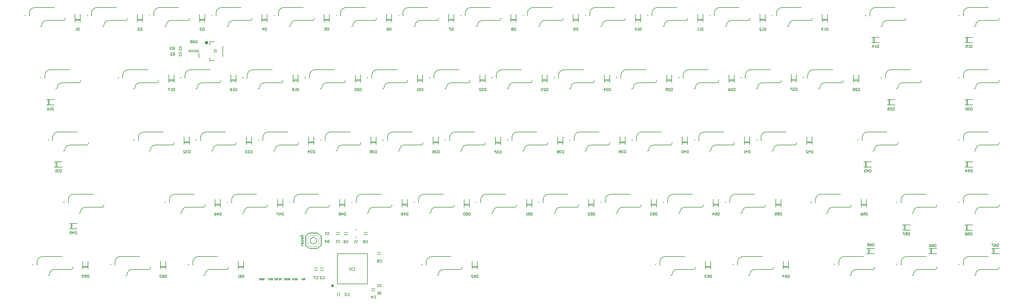
<source format=gbo>
G04*
G04 #@! TF.GenerationSoftware,Altium Limited,Altium Designer,21.6.4 (81)*
G04*
G04 Layer_Color=32896*
%FSTAX24Y24*%
%MOIN*%
G70*
G04*
G04 #@! TF.SameCoordinates,245CE46D-98AB-4B62-9B0C-93C9D4342F2A*
G04*
G04*
G04 #@! TF.FilePolarity,Positive*
G04*
G01*
G75*
%ADD10C,0.0080*%
%ADD11C,0.0047*%
%ADD50C,0.0157*%
%ADD51C,0.0394*%
%ADD52C,0.0079*%
%ADD53C,0.0050*%
%ADD54C,0.0060*%
%ADD55C,0.0039*%
%ADD56C,0.0070*%
D10*
X05567Y01731D02*
X05572Y01736D01*
X05582D01*
X05587Y01731D01*
Y01711D01*
X05582Y01706D01*
X05572D01*
X05567Y01711D01*
X05537Y01736D02*
X05557D01*
Y01721D01*
X05547Y01726D01*
X05542D01*
X05537Y01721D01*
Y01711D01*
X05542Y01706D01*
X05552D01*
X05557Y01711D01*
X05497Y01297D02*
X05502Y01302D01*
X05512D01*
X05517Y01297D01*
Y01277D01*
X05512Y01272D01*
X05502D01*
X05497Y01277D01*
X05472Y01272D02*
Y01302D01*
X05487Y01287D01*
X05467D01*
X05582Y0132D02*
Y0135D01*
X05567D01*
X05562Y01345D01*
Y01335D01*
X05567Y0133D01*
X05582D01*
X05572D02*
X05562Y0132D01*
X05552D02*
X05542D01*
X05547D01*
Y0135D01*
X05552Y01345D01*
X052038Y016096D02*
X052138D01*
X052088D01*
Y016396D01*
X052038D01*
X052138D01*
X052488Y016146D02*
X052438Y016096D01*
X052338D01*
X052288Y016146D01*
Y016346D01*
X052338Y016396D01*
X052438D01*
X052488Y016346D01*
X052588Y016396D02*
X052688D01*
X052638D01*
Y016096D01*
X052588Y016146D01*
X130203Y019284D02*
Y018984D01*
X130053D01*
X130003Y019034D01*
Y019234D01*
X130053Y019284D01*
X130203D01*
X129703D02*
X129803Y019234D01*
X129903Y019134D01*
Y019034D01*
X129853Y018984D01*
X129753D01*
X129703Y019034D01*
Y019084D01*
X129753Y019134D01*
X129903D01*
X129603Y019284D02*
X129403D01*
Y019234D01*
X129603Y019034D01*
Y018984D01*
X122683Y019244D02*
Y018945D01*
X122533D01*
X122483Y018995D01*
Y019194D01*
X122533Y019244D01*
X122683D01*
X122184D02*
X122283Y019194D01*
X122383Y019094D01*
Y018995D01*
X122333Y018945D01*
X122233D01*
X122184Y018995D01*
Y019045D01*
X122233Y019094D01*
X122383D01*
X121884Y019244D02*
X121984Y019194D01*
X122084Y019094D01*
Y018995D01*
X122034Y018945D01*
X121934D01*
X121884Y018995D01*
Y019045D01*
X121934Y019094D01*
X122084D01*
X115203Y019323D02*
Y019023D01*
X115053D01*
X115003Y019073D01*
Y019273D01*
X115053Y019323D01*
X115203D01*
X114703D02*
X114803Y019273D01*
X114903Y019173D01*
Y019073D01*
X114853Y019023D01*
X114753D01*
X114703Y019073D01*
Y019123D01*
X114753Y019173D01*
X114903D01*
X114403Y019323D02*
X114603D01*
Y019173D01*
X114503Y019223D01*
X114453D01*
X114403Y019173D01*
Y019073D01*
X114453Y019023D01*
X114553D01*
X114603Y019073D01*
X10501Y01555D02*
Y01525D01*
X10486D01*
X10481Y0153D01*
Y0155D01*
X10486Y01555D01*
X10501D01*
X10451D02*
X10461Y0155D01*
X10471Y0154D01*
Y0153D01*
X10466Y01525D01*
X10456D01*
X10451Y0153D01*
Y01535D01*
X10456Y0154D01*
X10471D01*
X10426Y01525D02*
Y01555D01*
X10441Y0154D01*
X10421D01*
X09564Y01555D02*
Y01525D01*
X09549D01*
X09544Y0153D01*
Y0155D01*
X09549Y01555D01*
X09564D01*
X09514D02*
X09524Y0155D01*
X09534Y0154D01*
Y0153D01*
X09529Y01525D01*
X09519D01*
X09514Y0153D01*
Y01535D01*
X09519Y0154D01*
X09534D01*
X09504Y0155D02*
X09499Y01555D01*
X09489D01*
X09484Y0155D01*
Y01545D01*
X09489Y0154D01*
X09494D01*
X09489D01*
X09484Y01535D01*
Y0153D01*
X09489Y01525D01*
X09499D01*
X09504Y0153D01*
X06753Y01555D02*
Y01525D01*
X06738D01*
X06733Y0153D01*
Y0155D01*
X06738Y01555D01*
X06753D01*
X06703D02*
X06713Y0155D01*
X06723Y0154D01*
Y0153D01*
X06718Y01525D01*
X06708D01*
X06703Y0153D01*
Y01535D01*
X06708Y0154D01*
X06723D01*
X06673Y01525D02*
X06693D01*
X06673Y01545D01*
Y0155D01*
X06678Y01555D01*
X06688D01*
X06693Y0155D01*
X03933Y01555D02*
Y01525D01*
X03918D01*
X03913Y0153D01*
Y0155D01*
X03918Y01555D01*
X03933D01*
X03883D02*
X03893Y0155D01*
X03903Y0154D01*
Y0153D01*
X03898Y01525D01*
X03888D01*
X03883Y0153D01*
Y01535D01*
X03888Y0154D01*
X03903D01*
X03873Y01525D02*
X03863D01*
X03868D01*
Y01555D01*
X03873Y0155D01*
X03001Y01555D02*
Y01525D01*
X02986D01*
X02981Y0153D01*
Y0155D01*
X02986Y01555D01*
X03001D01*
X02951D02*
X02961Y0155D01*
X02971Y0154D01*
Y0153D01*
X02966Y01525D01*
X02956D01*
X02951Y0153D01*
Y01535D01*
X02956Y0154D01*
X02971D01*
X02941Y0155D02*
X02936Y01555D01*
X02926D01*
X02921Y0155D01*
Y0153D01*
X02926Y01525D01*
X02936D01*
X02941Y0153D01*
Y0155D01*
X02064Y01555D02*
Y01525D01*
X02049D01*
X02044Y0153D01*
Y0155D01*
X02049Y01555D01*
X02064D01*
X02014D02*
X02034D01*
Y0154D01*
X02024Y01545D01*
X02019D01*
X02014Y0154D01*
Y0153D01*
X02019Y01525D01*
X02029D01*
X02034Y0153D01*
X02004D02*
X01999Y01525D01*
X01989D01*
X01984Y0153D01*
Y0155D01*
X01989Y01555D01*
X01999D01*
X02004Y0155D01*
Y01545D01*
X01999Y0154D01*
X01984D01*
X12701Y02063D02*
Y02033D01*
X12686D01*
X12681Y02038D01*
Y02058D01*
X12686Y02063D01*
X12701D01*
X12651D02*
X12671D01*
Y02048D01*
X12661Y02053D01*
X12656D01*
X12651Y02048D01*
Y02038D01*
X12656Y02033D01*
X12666D01*
X12671Y02038D01*
X12641Y02058D02*
X12636Y02063D01*
X12626D01*
X12621Y02058D01*
Y02053D01*
X12626Y02048D01*
X12621Y02043D01*
Y02038D01*
X12626Y02033D01*
X12636D01*
X12641Y02038D01*
Y02043D01*
X12636Y02048D01*
X12641Y02053D01*
Y02058D01*
X12636Y02048D02*
X12626D01*
X11953Y02063D02*
Y02033D01*
X11938D01*
X11933Y02038D01*
Y02058D01*
X11938Y02063D01*
X11953D01*
X11903D02*
X11923D01*
Y02048D01*
X11913Y02053D01*
X11908D01*
X11903Y02048D01*
Y02038D01*
X11908Y02033D01*
X11918D01*
X11923Y02038D01*
X11893Y02063D02*
X11873D01*
Y02058D01*
X11893Y02038D01*
Y02033D01*
X11442Y02303D02*
Y02273D01*
X11427D01*
X11422Y02278D01*
Y02298D01*
X11427Y02303D01*
X11442D01*
X11392D02*
X11412D01*
Y02288D01*
X11402Y02293D01*
X11397D01*
X11392Y02288D01*
Y02278D01*
X11397Y02273D01*
X11407D01*
X11412Y02278D01*
X11362Y02303D02*
X11372Y02298D01*
X11382Y02288D01*
Y02278D01*
X11377Y02273D01*
X11367D01*
X11362Y02278D01*
Y02283D01*
X11367Y02288D01*
X11382D01*
X1041Y02303D02*
Y02273D01*
X10395D01*
X1039Y02278D01*
Y02298D01*
X10395Y02303D01*
X1041D01*
X1036D02*
X1038D01*
Y02288D01*
X1037Y02293D01*
X10365D01*
X1036Y02288D01*
Y02278D01*
X10365Y02273D01*
X10375D01*
X1038Y02278D01*
X1033Y02303D02*
X1035D01*
Y02288D01*
X1034Y02293D01*
X10335D01*
X1033Y02288D01*
Y02278D01*
X10335Y02273D01*
X10345D01*
X1035Y02278D01*
X09658Y02303D02*
Y02273D01*
X09643D01*
X09638Y02278D01*
Y02298D01*
X09643Y02303D01*
X09658D01*
X09608D02*
X09628D01*
Y02288D01*
X09618Y02293D01*
X09613D01*
X09608Y02288D01*
Y02278D01*
X09613Y02273D01*
X09623D01*
X09628Y02278D01*
X09583Y02273D02*
Y02303D01*
X09598Y02288D01*
X09578D01*
X0891Y02303D02*
Y02273D01*
X08895D01*
X0889Y02278D01*
Y02298D01*
X08895Y02303D01*
X0891D01*
X0886D02*
X0888D01*
Y02288D01*
X0887Y02293D01*
X08865D01*
X0886Y02288D01*
Y02278D01*
X08865Y02273D01*
X08875D01*
X0888Y02278D01*
X0885Y02298D02*
X08845Y02303D01*
X08835D01*
X0883Y02298D01*
Y02293D01*
X08835Y02288D01*
X0884D01*
X08835D01*
X0883Y02283D01*
Y02278D01*
X08835Y02273D01*
X08845D01*
X0885Y02278D01*
X08158Y02303D02*
Y02273D01*
X08143D01*
X08138Y02278D01*
Y02298D01*
X08143Y02303D01*
X08158D01*
X08108D02*
X08128D01*
Y02288D01*
X08118Y02293D01*
X08113D01*
X08108Y02288D01*
Y02278D01*
X08113Y02273D01*
X08123D01*
X08128Y02278D01*
X08078Y02273D02*
X08098D01*
X08078Y02293D01*
Y02298D01*
X08083Y02303D01*
X08093D01*
X08098Y02298D01*
X07405Y02303D02*
Y02273D01*
X0739D01*
X07385Y02278D01*
Y02298D01*
X0739Y02303D01*
X07405D01*
X07355D02*
X07375D01*
Y02288D01*
X07365Y02293D01*
X0736D01*
X07355Y02288D01*
Y02278D01*
X0736Y02273D01*
X0737D01*
X07375Y02278D01*
X07345Y02273D02*
X07335D01*
X0734D01*
Y02303D01*
X07345Y02298D01*
X06658Y02303D02*
Y02273D01*
X06643D01*
X06638Y02278D01*
Y02298D01*
X06643Y02303D01*
X06658D01*
X06608D02*
X06628D01*
Y02288D01*
X06618Y02293D01*
X06613D01*
X06608Y02288D01*
Y02278D01*
X06613Y02273D01*
X06623D01*
X06628Y02278D01*
X06598Y02298D02*
X06593Y02303D01*
X06583D01*
X06578Y02298D01*
Y02278D01*
X06583Y02273D01*
X06593D01*
X06598Y02278D01*
Y02298D01*
X0591Y02303D02*
Y02273D01*
X05895D01*
X0589Y02278D01*
Y02298D01*
X05895Y02303D01*
X0591D01*
X05865Y02273D02*
Y02303D01*
X0588Y02288D01*
X0586D01*
X0585Y02278D02*
X05845Y02273D01*
X05835D01*
X0583Y02278D01*
Y02298D01*
X05835Y02303D01*
X05845D01*
X0585Y02298D01*
Y02293D01*
X05845Y02288D01*
X0583D01*
X05158Y02303D02*
Y02273D01*
X05143D01*
X05138Y02278D01*
Y02298D01*
X05143Y02303D01*
X05158D01*
X05113Y02273D02*
Y02303D01*
X05128Y02288D01*
X05108D01*
X05098Y02298D02*
X05093Y02303D01*
X05083D01*
X05078Y02298D01*
Y02293D01*
X05083Y02288D01*
X05078Y02283D01*
Y02278D01*
X05083Y02273D01*
X05093D01*
X05098Y02278D01*
Y02283D01*
X05093Y02288D01*
X05098Y02293D01*
Y02298D01*
X05093Y02288D02*
X05083D01*
X0441Y02303D02*
Y02273D01*
X04395D01*
X0439Y02278D01*
Y02298D01*
X04395Y02303D01*
X0441D01*
X04365Y02273D02*
Y02303D01*
X0438Y02288D01*
X0436D01*
X0435Y02303D02*
X0433D01*
Y02298D01*
X0435Y02278D01*
Y02273D01*
X03658Y02303D02*
Y02273D01*
X03643D01*
X03638Y02278D01*
Y02298D01*
X03643Y02303D01*
X03658D01*
X03613Y02273D02*
Y02303D01*
X03628Y02288D01*
X03608D01*
X03578Y02303D02*
X03588Y02298D01*
X03598Y02288D01*
Y02278D01*
X03593Y02273D01*
X03583D01*
X03578Y02278D01*
Y02283D01*
X03583Y02288D01*
X03598D01*
X01918Y02078D02*
Y02048D01*
X01903D01*
X01898Y02053D01*
Y02073D01*
X01903Y02078D01*
X01918D01*
X01873Y02048D02*
Y02078D01*
X01888Y02063D01*
X01868D01*
X01838Y02078D02*
X01858D01*
Y02063D01*
X01848Y02068D01*
X01843D01*
X01838Y02063D01*
Y02053D01*
X01843Y02048D01*
X01853D01*
X01858Y02053D01*
X12705Y02822D02*
Y02792D01*
X1269D01*
X12685Y02797D01*
Y02817D01*
X1269Y02822D01*
X12705D01*
X1266Y02792D02*
Y02822D01*
X12675Y02807D01*
X12655D01*
X1263Y02792D02*
Y02822D01*
X12645Y02807D01*
X12625D01*
X11485Y02822D02*
Y02792D01*
X1147D01*
X11465Y02797D01*
Y02817D01*
X1147Y02822D01*
X11485D01*
X1144Y02792D02*
Y02822D01*
X11455Y02807D01*
X11435D01*
X11425Y02817D02*
X1142Y02822D01*
X1141D01*
X11405Y02817D01*
Y02812D01*
X1141Y02807D01*
X11415D01*
X1141D01*
X11405Y02802D01*
Y02797D01*
X1141Y02792D01*
X1142D01*
X11425Y02797D01*
X10784Y03055D02*
Y03025D01*
X10769D01*
X10764Y0303D01*
Y0305D01*
X10769Y03055D01*
X10784D01*
X10739Y03025D02*
Y03055D01*
X10754Y0304D01*
X10734D01*
X10704Y03025D02*
X10724D01*
X10704Y03045D01*
Y0305D01*
X10709Y03055D01*
X10719D01*
X10724Y0305D01*
X10027Y03055D02*
Y03025D01*
X10012D01*
X10007Y0303D01*
Y0305D01*
X10012Y03055D01*
X10027D01*
X09982Y03025D02*
Y03055D01*
X09997Y0304D01*
X09977D01*
X09967Y03025D02*
X09957D01*
X09962D01*
Y03055D01*
X09967Y0305D01*
X09284Y03055D02*
Y03025D01*
X09269D01*
X09264Y0303D01*
Y0305D01*
X09269Y03055D01*
X09284D01*
X09239Y03025D02*
Y03055D01*
X09254Y0304D01*
X09234D01*
X09224Y0305D02*
X09219Y03055D01*
X09209D01*
X09204Y0305D01*
Y0303D01*
X09209Y03025D01*
X09219D01*
X09224Y0303D01*
Y0305D01*
X08532Y03055D02*
Y03025D01*
X08517D01*
X08512Y0303D01*
Y0305D01*
X08517Y03055D01*
X08532D01*
X08502Y0305D02*
X08497Y03055D01*
X08487D01*
X08482Y0305D01*
Y03045D01*
X08487Y0304D01*
X08492D01*
X08487D01*
X08482Y03035D01*
Y0303D01*
X08487Y03025D01*
X08497D01*
X08502Y0303D01*
X08472D02*
X08467Y03025D01*
X08457D01*
X08452Y0303D01*
Y0305D01*
X08457Y03055D01*
X08467D01*
X08472Y0305D01*
Y03045D01*
X08467Y0304D01*
X08452D01*
X07784Y03055D02*
Y03025D01*
X07769D01*
X07764Y0303D01*
Y0305D01*
X07769Y03055D01*
X07784D01*
X07754Y0305D02*
X07749Y03055D01*
X07739D01*
X07734Y0305D01*
Y03045D01*
X07739Y0304D01*
X07744D01*
X07739D01*
X07734Y03035D01*
Y0303D01*
X07739Y03025D01*
X07749D01*
X07754Y0303D01*
X07724Y0305D02*
X07719Y03055D01*
X07709D01*
X07704Y0305D01*
Y03045D01*
X07709Y0304D01*
X07704Y03035D01*
Y0303D01*
X07709Y03025D01*
X07719D01*
X07724Y0303D01*
Y03035D01*
X07719Y0304D01*
X07724Y03045D01*
Y0305D01*
X07719Y0304D02*
X07709D01*
X07032Y03051D02*
Y03021D01*
X07017D01*
X07012Y03026D01*
Y03046D01*
X07017Y03051D01*
X07032D01*
X07002Y03046D02*
X06997Y03051D01*
X06987D01*
X06982Y03046D01*
Y03041D01*
X06987Y03036D01*
X06992D01*
X06987D01*
X06982Y03031D01*
Y03026D01*
X06987Y03021D01*
X06997D01*
X07002Y03026D01*
X06972Y03051D02*
X06952D01*
Y03046D01*
X06972Y03026D01*
Y03021D01*
X06284Y03055D02*
Y03025D01*
X06269D01*
X06264Y0303D01*
Y0305D01*
X06269Y03055D01*
X06284D01*
X06254Y0305D02*
X06249Y03055D01*
X06239D01*
X06234Y0305D01*
Y03045D01*
X06239Y0304D01*
X06244D01*
X06239D01*
X06234Y03035D01*
Y0303D01*
X06239Y03025D01*
X06249D01*
X06254Y0303D01*
X06204Y03055D02*
X06214Y0305D01*
X06224Y0304D01*
Y0303D01*
X06219Y03025D01*
X06209D01*
X06204Y0303D01*
Y03035D01*
X06209Y0304D01*
X06224D01*
X05532Y03055D02*
Y03025D01*
X05517D01*
X05512Y0303D01*
Y0305D01*
X05517Y03055D01*
X05532D01*
X05502Y0305D02*
X05497Y03055D01*
X05487D01*
X05482Y0305D01*
Y03045D01*
X05487Y0304D01*
X05492D01*
X05487D01*
X05482Y03035D01*
Y0303D01*
X05487Y03025D01*
X05497D01*
X05502Y0303D01*
X05452Y03055D02*
X05472D01*
Y0304D01*
X05462Y03045D01*
X05457D01*
X05452Y0304D01*
Y0303D01*
X05457Y03025D01*
X05467D01*
X05472Y0303D01*
X04784Y03055D02*
Y03025D01*
X04769D01*
X04764Y0303D01*
Y0305D01*
X04769Y03055D01*
X04784D01*
X04754Y0305D02*
X04749Y03055D01*
X04739D01*
X04734Y0305D01*
Y03045D01*
X04739Y0304D01*
X04744D01*
X04739D01*
X04734Y03035D01*
Y0303D01*
X04739Y03025D01*
X04749D01*
X04754Y0303D01*
X04709Y03025D02*
Y03055D01*
X04724Y0304D01*
X04704D01*
X04032Y03055D02*
Y03025D01*
X04017D01*
X04012Y0303D01*
Y0305D01*
X04017Y03055D01*
X04032D01*
X04002Y0305D02*
X03997Y03055D01*
X03987D01*
X03982Y0305D01*
Y03045D01*
X03987Y0304D01*
X03992D01*
X03987D01*
X03982Y03035D01*
Y0303D01*
X03987Y03025D01*
X03997D01*
X04002Y0303D01*
X03972Y0305D02*
X03967Y03055D01*
X03957D01*
X03952Y0305D01*
Y03045D01*
X03957Y0304D01*
X03962D01*
X03957D01*
X03952Y03035D01*
Y0303D01*
X03957Y03025D01*
X03967D01*
X03972Y0303D01*
X03284Y03055D02*
Y03025D01*
X03269D01*
X03264Y0303D01*
Y0305D01*
X03269Y03055D01*
X03284D01*
X03254Y0305D02*
X03249Y03055D01*
X03239D01*
X03234Y0305D01*
Y03045D01*
X03239Y0304D01*
X03244D01*
X03239D01*
X03234Y03035D01*
Y0303D01*
X03239Y03025D01*
X03249D01*
X03254Y0303D01*
X03204Y03025D02*
X03224D01*
X03204Y03045D01*
Y0305D01*
X03209Y03055D01*
X03219D01*
X03224Y0305D01*
X01732Y02822D02*
Y02792D01*
X01717D01*
X01712Y02797D01*
Y02817D01*
X01717Y02822D01*
X01732D01*
X01702Y02817D02*
X01697Y02822D01*
X01687D01*
X01682Y02817D01*
Y02812D01*
X01687Y02807D01*
X01692D01*
X01687D01*
X01682Y02802D01*
Y02797D01*
X01687Y02792D01*
X01697D01*
X01702Y02797D01*
X01672Y02792D02*
X01662D01*
X01667D01*
Y02822D01*
X01672Y02817D01*
X12705Y0357D02*
Y0354D01*
X1269D01*
X12685Y03545D01*
Y03565D01*
X1269Y0357D01*
X12705D01*
X12675Y03565D02*
X1267Y0357D01*
X1266D01*
X12655Y03565D01*
Y0356D01*
X1266Y03555D01*
X12665D01*
X1266D01*
X12655Y0355D01*
Y03545D01*
X1266Y0354D01*
X1267D01*
X12675Y03545D01*
X12645Y03565D02*
X1264Y0357D01*
X1263D01*
X12625Y03565D01*
Y03545D01*
X1263Y0354D01*
X1264D01*
X12645Y03545D01*
Y03565D01*
X11768Y0357D02*
Y0354D01*
X11753D01*
X11748Y03545D01*
Y03565D01*
X11753Y0357D01*
X11768D01*
X11718Y0354D02*
X11738D01*
X11718Y0356D01*
Y03565D01*
X11723Y0357D01*
X11733D01*
X11738Y03565D01*
X11708Y03545D02*
X11703Y0354D01*
X11693D01*
X11688Y03545D01*
Y03565D01*
X11693Y0357D01*
X11703D01*
X11708Y03565D01*
Y0356D01*
X11703Y03555D01*
X11688D01*
X11347Y03803D02*
Y03773D01*
X11332D01*
X11327Y03778D01*
Y03798D01*
X11332Y03803D01*
X11347D01*
X11297Y03773D02*
X11317D01*
X11297Y03793D01*
Y03798D01*
X11302Y03803D01*
X11312D01*
X11317Y03798D01*
X11287D02*
X11282Y03803D01*
X11272D01*
X11267Y03798D01*
Y03793D01*
X11272Y03788D01*
X11267Y03783D01*
Y03778D01*
X11272Y03773D01*
X11282D01*
X11287Y03778D01*
Y03783D01*
X11282Y03788D01*
X11287Y03793D01*
Y03798D01*
X11282Y03788D02*
X11272D01*
X10595Y03807D02*
Y03777D01*
X1058D01*
X10575Y03782D01*
Y03802D01*
X1058Y03807D01*
X10595D01*
X10545Y03777D02*
X10565D01*
X10545Y03797D01*
Y03802D01*
X1055Y03807D01*
X1056D01*
X10565Y03802D01*
X10535Y03807D02*
X10515D01*
Y03802D01*
X10535Y03782D01*
Y03777D01*
X09847Y03803D02*
Y03773D01*
X09832D01*
X09827Y03778D01*
Y03798D01*
X09832Y03803D01*
X09847D01*
X09797Y03773D02*
X09817D01*
X09797Y03793D01*
Y03798D01*
X09802Y03803D01*
X09812D01*
X09817Y03798D01*
X09767Y03803D02*
X09777Y03798D01*
X09787Y03788D01*
Y03778D01*
X09782Y03773D01*
X09772D01*
X09767Y03778D01*
Y03783D01*
X09772Y03788D01*
X09787D01*
X09095Y03803D02*
Y03773D01*
X0908D01*
X09075Y03778D01*
Y03798D01*
X0908Y03803D01*
X09095D01*
X09045Y03773D02*
X09065D01*
X09045Y03793D01*
Y03798D01*
X0905Y03803D01*
X0906D01*
X09065Y03798D01*
X09015Y03803D02*
X09035D01*
Y03788D01*
X09025Y03793D01*
X0902D01*
X09015Y03788D01*
Y03778D01*
X0902Y03773D01*
X0903D01*
X09035Y03778D01*
X08347Y03803D02*
Y03773D01*
X08332D01*
X08327Y03778D01*
Y03798D01*
X08332Y03803D01*
X08347D01*
X08297Y03773D02*
X08317D01*
X08297Y03793D01*
Y03798D01*
X08302Y03803D01*
X08312D01*
X08317Y03798D01*
X08272Y03773D02*
Y03803D01*
X08287Y03788D01*
X08267D01*
X07595Y03803D02*
Y03773D01*
X0758D01*
X07575Y03778D01*
Y03798D01*
X0758Y03803D01*
X07595D01*
X07545Y03773D02*
X07565D01*
X07545Y03793D01*
Y03798D01*
X0755Y03803D01*
X0756D01*
X07565Y03798D01*
X07535D02*
X0753Y03803D01*
X0752D01*
X07515Y03798D01*
Y03793D01*
X0752Y03788D01*
X07525D01*
X0752D01*
X07515Y03783D01*
Y03778D01*
X0752Y03773D01*
X0753D01*
X07535Y03778D01*
X06847Y03803D02*
Y03773D01*
X06832D01*
X06827Y03778D01*
Y03798D01*
X06832Y03803D01*
X06847D01*
X06797Y03773D02*
X06817D01*
X06797Y03793D01*
Y03798D01*
X06802Y03803D01*
X06812D01*
X06817Y03798D01*
X06767Y03773D02*
X06787D01*
X06767Y03793D01*
Y03798D01*
X06772Y03803D01*
X06782D01*
X06787Y03798D01*
X0609Y03803D02*
Y03773D01*
X06075D01*
X0607Y03778D01*
Y03798D01*
X06075Y03803D01*
X0609D01*
X0604Y03773D02*
X0606D01*
X0604Y03793D01*
Y03798D01*
X06045Y03803D01*
X06055D01*
X0606Y03798D01*
X0603Y03773D02*
X0602D01*
X06025D01*
Y03803D01*
X0603Y03798D01*
X05347Y03803D02*
Y03773D01*
X05332D01*
X05327Y03778D01*
Y03798D01*
X05332Y03803D01*
X05347D01*
X05297Y03773D02*
X05317D01*
X05297Y03793D01*
Y03798D01*
X05302Y03803D01*
X05312D01*
X05317Y03798D01*
X05287D02*
X05282Y03803D01*
X05272D01*
X05267Y03798D01*
Y03778D01*
X05272Y03773D01*
X05282D01*
X05287Y03778D01*
Y03798D01*
X04593Y03803D02*
Y03773D01*
X04578D01*
X04573Y03778D01*
Y03798D01*
X04578Y03803D01*
X04593D01*
X04563Y03773D02*
X04553D01*
X04558D01*
Y03803D01*
X04563Y03798D01*
X04538Y03778D02*
X04533Y03773D01*
X04523D01*
X04518Y03778D01*
Y03798D01*
X04523Y03803D01*
X04533D01*
X04538Y03798D01*
Y03793D01*
X04533Y03788D01*
X04518D01*
X03845Y03803D02*
Y03773D01*
X0383D01*
X03825Y03778D01*
Y03798D01*
X0383Y03803D01*
X03845D01*
X03815Y03773D02*
X03805D01*
X0381D01*
Y03803D01*
X03815Y03798D01*
X0379D02*
X03785Y03803D01*
X03775D01*
X0377Y03798D01*
Y03793D01*
X03775Y03788D01*
X0377Y03783D01*
Y03778D01*
X03775Y03773D01*
X03785D01*
X0379Y03778D01*
Y03783D01*
X03785Y03788D01*
X0379Y03793D01*
Y03798D01*
X03785Y03788D02*
X03775D01*
X03097Y03803D02*
Y03773D01*
X03082D01*
X03077Y03778D01*
Y03798D01*
X03082Y03803D01*
X03097D01*
X03067Y03773D02*
X03057D01*
X03062D01*
Y03803D01*
X03067Y03798D01*
X03042Y03803D02*
X03022D01*
Y03798D01*
X03042Y03778D01*
Y03773D01*
X0164Y0357D02*
Y0354D01*
X01625D01*
X0162Y03545D01*
Y03565D01*
X01625Y0357D01*
X0164D01*
X0161Y0354D02*
X016D01*
X01605D01*
Y0357D01*
X0161Y03565D01*
X01565Y0357D02*
X01575Y03565D01*
X01585Y03555D01*
Y03545D01*
X0158Y0354D01*
X0157D01*
X01565Y03545D01*
Y0355D01*
X0157Y03555D01*
X01585D01*
X12703Y04322D02*
Y04292D01*
X12688D01*
X12683Y04297D01*
Y04317D01*
X12688Y04322D01*
X12703D01*
X12673Y04292D02*
X12663D01*
X12668D01*
Y04322D01*
X12673Y04317D01*
X12628Y04322D02*
X12648D01*
Y04307D01*
X12638Y04312D01*
X12633D01*
X12628Y04307D01*
Y04297D01*
X12633Y04292D01*
X12643D01*
X12648Y04297D01*
X11577Y04322D02*
Y04292D01*
X11562D01*
X11557Y04297D01*
Y04317D01*
X11562Y04322D01*
X11577D01*
X11547Y04292D02*
X11537D01*
X11542D01*
Y04322D01*
X11547Y04317D01*
X11507Y04292D02*
Y04322D01*
X11522Y04307D01*
X11502D01*
X10967Y04531D02*
Y04501D01*
X10952D01*
X10947Y04506D01*
Y04526D01*
X10952Y04531D01*
X10967D01*
X10937Y04501D02*
X10927D01*
X10932D01*
Y04531D01*
X10937Y04526D01*
X10912D02*
X10907Y04531D01*
X10897D01*
X10892Y04526D01*
Y04521D01*
X10897Y04516D01*
X10902D01*
X10897D01*
X10892Y04511D01*
Y04506D01*
X10897Y04501D01*
X10907D01*
X10912Y04506D01*
X10219Y04531D02*
Y04501D01*
X10204D01*
X10199Y04506D01*
Y04526D01*
X10204Y04531D01*
X10219D01*
X10189Y04501D02*
X10179D01*
X10184D01*
Y04531D01*
X10189Y04526D01*
X10144Y04501D02*
X10164D01*
X10144Y04521D01*
Y04526D01*
X10149Y04531D01*
X10159D01*
X10164Y04526D01*
X09462Y04531D02*
Y04501D01*
X09447D01*
X09442Y04506D01*
Y04526D01*
X09447Y04531D01*
X09462D01*
X09432Y04501D02*
X09422D01*
X09427D01*
Y04531D01*
X09432Y04526D01*
X09407Y04501D02*
X09397D01*
X09402D01*
Y04531D01*
X09407Y04526D01*
X08719Y04531D02*
Y04501D01*
X08704D01*
X08699Y04506D01*
Y04526D01*
X08704Y04531D01*
X08719D01*
X08689Y04501D02*
X08679D01*
X08684D01*
Y04531D01*
X08689Y04526D01*
X08664D02*
X08659Y04531D01*
X08649D01*
X08644Y04526D01*
Y04506D01*
X08649Y04501D01*
X08659D01*
X08664Y04506D01*
Y04526D01*
X07954Y04531D02*
Y04501D01*
X07939D01*
X07934Y04506D01*
Y04526D01*
X07939Y04531D01*
X07954D01*
X07924Y04506D02*
X07919Y04501D01*
X07909D01*
X07904Y04506D01*
Y04526D01*
X07909Y04531D01*
X07919D01*
X07924Y04526D01*
Y04521D01*
X07919Y04516D01*
X07904D01*
X07206Y04531D02*
Y04501D01*
X07191D01*
X07186Y04506D01*
Y04526D01*
X07191Y04531D01*
X07206D01*
X07176Y04526D02*
X07171Y04531D01*
X07161D01*
X07156Y04526D01*
Y04521D01*
X07161Y04516D01*
X07156Y04511D01*
Y04506D01*
X07161Y04501D01*
X07171D01*
X07176Y04506D01*
Y04511D01*
X07171Y04516D01*
X07176Y04521D01*
Y04526D01*
X07171Y04516D02*
X07161D01*
X06454Y04531D02*
Y04501D01*
X06439D01*
X06434Y04506D01*
Y04526D01*
X06439Y04531D01*
X06454D01*
X06424D02*
X06404D01*
Y04526D01*
X06424Y04506D01*
Y04501D01*
X05706Y04531D02*
Y04501D01*
X05691D01*
X05686Y04506D01*
Y04526D01*
X05691Y04531D01*
X05706D01*
X05656D02*
X05666Y04526D01*
X05676Y04516D01*
Y04506D01*
X05671Y04501D01*
X05661D01*
X05656Y04506D01*
Y04511D01*
X05661Y04516D01*
X05676D01*
X04954Y04531D02*
Y04501D01*
X04939D01*
X04934Y04506D01*
Y04526D01*
X04939Y04531D01*
X04954D01*
X04904D02*
X04924D01*
Y04516D01*
X04914Y04521D01*
X04909D01*
X04904Y04516D01*
Y04506D01*
X04909Y04501D01*
X04919D01*
X04924Y04506D01*
X04206Y04531D02*
Y04501D01*
X04191D01*
X04186Y04506D01*
Y04526D01*
X04191Y04531D01*
X04206D01*
X04161Y04501D02*
Y04531D01*
X04176Y04516D01*
X04156D01*
X03454Y04531D02*
Y04501D01*
X03439D01*
X03434Y04506D01*
Y04526D01*
X03439Y04531D01*
X03454D01*
X03424Y04526D02*
X03419Y04531D01*
X03409D01*
X03404Y04526D01*
Y04521D01*
X03409Y04516D01*
X03414D01*
X03409D01*
X03404Y04511D01*
Y04506D01*
X03409Y04501D01*
X03419D01*
X03424Y04506D01*
X02706Y04531D02*
Y04501D01*
X02691D01*
X02686Y04506D01*
Y04526D01*
X02691Y04531D01*
X02706D01*
X02656Y04501D02*
X02676D01*
X02656Y04521D01*
Y04526D01*
X02661Y04531D01*
X02671D01*
X02676Y04526D01*
X01949Y04531D02*
Y04501D01*
X01934D01*
X01929Y04506D01*
Y04526D01*
X01934Y04531D01*
X01949D01*
X01919Y04501D02*
X01909D01*
X01914D01*
Y04531D01*
X01919Y04526D01*
X046472Y02032D02*
X046172D01*
Y02017D01*
X046222Y02012D01*
X046322D01*
X046372Y02017D01*
Y02032D01*
Y02022D02*
X046472Y02012D01*
Y01987D02*
Y01997D01*
X046422Y02002D01*
X046322D01*
X046272Y01997D01*
Y01987D01*
X046322Y01982D01*
X046372D01*
Y02002D01*
X046472Y01972D02*
Y01957D01*
X046422Y01952D01*
X046372Y01957D01*
Y01967D01*
X046322Y01972D01*
X046272Y01967D01*
Y01952D01*
X046472Y01927D02*
Y01937D01*
X046422Y01942D01*
X046322D01*
X046272Y01937D01*
Y01927D01*
X046322Y01922D01*
X046372D01*
Y01942D01*
X046222Y01907D02*
X046272D01*
Y01912D01*
Y01902D01*
Y01907D01*
X046422D01*
X046472Y01902D01*
X04959Y01943D02*
Y01973D01*
X04944D01*
X04939Y01968D01*
Y01958D01*
X04944Y01953D01*
X04959D01*
X04949D02*
X04939Y01943D01*
X04914D02*
Y01973D01*
X04929Y01958D01*
X04909D01*
X053022Y019712D02*
Y019662D01*
X052922Y019562D01*
X052822Y019662D01*
Y019712D01*
X052922Y019562D02*
Y019412D01*
X052722D02*
X052622D01*
X052672D01*
Y019712D01*
X052722Y019662D01*
X054014D02*
X054064Y019712D01*
X054164D01*
X054214Y019662D01*
Y019462D01*
X054164Y019412D01*
X054064D01*
X054014Y019462D01*
X053914Y019662D02*
X053864Y019712D01*
X053764D01*
X053714Y019662D01*
Y019612D01*
X053764Y019562D01*
X053714Y019512D01*
Y019462D01*
X053764Y019412D01*
X053864D01*
X053914Y019462D01*
Y019512D01*
X053864Y019562D01*
X053914Y019612D01*
Y019662D01*
X053864Y019562D02*
X053764D01*
X051651Y019662D02*
X051701Y019712D01*
X051801D01*
X051851Y019662D01*
Y019462D01*
X051801Y019412D01*
X051701D01*
X051651Y019462D01*
X051352Y019712D02*
X051452Y019662D01*
X051552Y019562D01*
Y019462D01*
X051502Y019412D01*
X051402D01*
X051352Y019462D01*
Y019512D01*
X051402Y019562D01*
X051552D01*
X04806Y015334D02*
X04811Y015384D01*
X04821D01*
X04826Y015334D01*
Y015134D01*
X04821Y015084D01*
X04811D01*
X04806Y015134D01*
X04796Y015384D02*
X04776D01*
Y015334D01*
X04796Y015134D01*
Y015084D01*
X05181Y0133D02*
X05186Y01335D01*
X05196D01*
X05201Y0133D01*
Y0131D01*
X05196Y01305D01*
X05186D01*
X05181Y0131D01*
X05171Y0133D02*
X05166Y01335D01*
X05156D01*
X05151Y0133D01*
Y01325D01*
X05156Y0132D01*
X05161D01*
X05156D01*
X05151Y01315D01*
Y0131D01*
X05156Y01305D01*
X05166D01*
X05171Y0131D01*
X04881Y015334D02*
X04886Y015384D01*
X04896D01*
X04901Y015334D01*
Y015134D01*
X04896Y015084D01*
X04886D01*
X04881Y015134D01*
X04851Y015084D02*
X04871D01*
X04851Y015284D01*
Y015334D01*
X04856Y015384D01*
X04866D01*
X04871Y015334D01*
X050631Y019675D02*
X050681Y019725D01*
X050781D01*
X050831Y019675D01*
Y019476D01*
X050781Y019426D01*
X050681D01*
X050631Y019476D01*
X050531Y019426D02*
X050431D01*
X050481D01*
Y019725D01*
X050531Y019675D01*
X030948Y042698D02*
Y042998D01*
X030798D01*
X030748Y042948D01*
Y042848D01*
X030798Y042798D01*
X030948D01*
X030848D02*
X030748Y042698D01*
X030648Y042948D02*
X030598Y042998D01*
X030498D01*
X030449Y042948D01*
Y042898D01*
X030498Y042848D01*
X030548D01*
X030498D01*
X030449Y042798D01*
Y042748D01*
X030498Y042698D01*
X030598D01*
X030648Y042748D01*
X03098Y041998D02*
Y042298D01*
X03083D01*
X03078Y042248D01*
Y042148D01*
X03083Y042098D01*
X03098D01*
X03088D02*
X03078Y041998D01*
X03048D02*
X03068D01*
X03048Y042198D01*
Y042248D01*
X03053Y042298D01*
X03063D01*
X03068Y042248D01*
X03368Y043798D02*
Y043498D01*
X03353D01*
X03348Y043548D01*
Y043748D01*
X03353Y043798D01*
X03368D01*
X03318D02*
X03328Y043748D01*
X03338Y043648D01*
Y043548D01*
X03333Y043498D01*
X03323D01*
X03318Y043548D01*
Y043598D01*
X03323Y043648D01*
X03338D01*
X03308Y043748D02*
X03303Y043798D01*
X03293D01*
X03288Y043748D01*
Y043698D01*
X03293Y043648D01*
X03288Y043598D01*
Y043548D01*
X03293Y043498D01*
X03303D01*
X03308Y043548D01*
Y043598D01*
X03303Y043648D01*
X03308Y043698D01*
Y043748D01*
X03303Y043648D02*
X03293D01*
X036035Y042507D02*
Y042407D01*
Y042457D01*
X035786D01*
X035736Y042407D01*
Y042357D01*
X035786Y042307D01*
X035736Y042607D02*
Y042707D01*
Y042657D01*
X036035D01*
X035986Y042607D01*
D11*
X047267Y019001D02*
X048133D01*
X047031Y019237D02*
Y020103D01*
X047267Y020339D02*
X048133D01*
X048369Y019237D02*
Y020103D01*
X048133Y019001D02*
X048369Y019237D01*
X048133Y020339D02*
X048369Y020103D01*
X047031D02*
X047267Y020339D01*
X047031Y019237D02*
X047267Y019001D01*
D50*
X05008Y014238D02*
G03*
X05008Y014238I-000079J0D01*
G01*
D51*
X034832Y04353D02*
G03*
X034832Y04353I-000004J0D01*
G01*
D52*
X048094Y01967D02*
G03*
X048094Y01967I-000394J0D01*
G01*
X053239Y019867D02*
G03*
X053239Y019867I-000004J0D01*
G01*
X035507Y0468D02*
G03*
X035507Y0468I-000039J0D01*
G01*
X125507Y0243D02*
G03*
X125507Y0243I-000039J0D01*
G01*
X060819Y0168D02*
G03*
X060819Y0168I-000039J0D01*
G01*
X118007D02*
G03*
X118007Y0168I-000039J0D01*
G01*
X088944D02*
G03*
X088944Y0168I-000039J0D01*
G01*
X098319D02*
G03*
X098319Y0168I-000039J0D01*
G01*
X110507D02*
G03*
X110507Y0168I-000039J0D01*
G01*
X125507D02*
G03*
X125507Y0168I-000039J0D01*
G01*
X032694D02*
G03*
X032694Y0168I-000039J0D01*
G01*
X013944D02*
G03*
X013944Y0168I-000039J0D01*
G01*
X023319D02*
G03*
X023319Y0168I-000039J0D01*
G01*
X017694Y0243D02*
G03*
X017694Y0243I-000039J0D01*
G01*
X118007D02*
G03*
X118007Y0243I-000039J0D01*
G01*
X107694D02*
G03*
X107694Y0243I-000039J0D01*
G01*
X097382D02*
G03*
X097382Y0243I-000039J0D01*
G01*
X089882D02*
G03*
X089882Y0243I-000039J0D01*
G01*
X082382D02*
G03*
X082382Y0243I-000039J0D01*
G01*
X074882D02*
G03*
X074882Y0243I-000039J0D01*
G01*
X067382D02*
G03*
X067382Y0243I-000039J0D01*
G01*
X059882D02*
G03*
X059882Y0243I-000039J0D01*
G01*
X052382D02*
G03*
X052382Y0243I-000039J0D01*
G01*
X044882D02*
G03*
X044882Y0243I-000039J0D01*
G01*
X037382D02*
G03*
X037382Y0243I-000039J0D01*
G01*
X029882D02*
G03*
X029882Y0243I-000039J0D01*
G01*
X113319Y0318D02*
G03*
X113319Y0318I-000039J0D01*
G01*
X125507D02*
G03*
X125507Y0318I-000039J0D01*
G01*
X101132D02*
G03*
X101132Y0318I-000039J0D01*
G01*
X093632D02*
G03*
X093632Y0318I-000039J0D01*
G01*
X086132D02*
G03*
X086132Y0318I-000039J0D01*
G01*
X078632D02*
G03*
X078632Y0318I-000039J0D01*
G01*
X071132D02*
G03*
X071132Y0318I-000039J0D01*
G01*
X063632D02*
G03*
X063632Y0318I-000039J0D01*
G01*
X056132D02*
G03*
X056132Y0318I-000039J0D01*
G01*
X048632D02*
G03*
X048632Y0318I-000039J0D01*
G01*
X041132D02*
G03*
X041132Y0318I-000039J0D01*
G01*
X033632D02*
G03*
X033632Y0318I-000039J0D01*
G01*
X026132D02*
G03*
X026132Y0318I-000039J0D01*
G01*
X015819D02*
G03*
X015819Y0318I-000039J0D01*
G01*
X125507Y0393D02*
G03*
X125507Y0393I-000039J0D01*
G01*
X116132D02*
G03*
X116132Y0393I-000039J0D01*
G01*
X106757D02*
G03*
X106757Y0393I-000039J0D01*
G01*
X099257D02*
G03*
X099257Y0393I-000039J0D01*
G01*
X091757D02*
G03*
X091757Y0393I-000039J0D01*
G01*
X084257D02*
G03*
X084257Y0393I-000039J0D01*
G01*
X076757D02*
G03*
X076757Y0393I-000039J0D01*
G01*
X069257D02*
G03*
X069257Y0393I-000039J0D01*
G01*
X061757D02*
G03*
X061757Y0393I-000039J0D01*
G01*
X054257D02*
G03*
X054257Y0393I-000039J0D01*
G01*
X046757D02*
G03*
X046757Y0393I-000039J0D01*
G01*
X039257D02*
G03*
X039257Y0393I-000039J0D01*
G01*
X031757D02*
G03*
X031757Y0393I-000039J0D01*
G01*
X024257D02*
G03*
X024257Y0393I-000039J0D01*
G01*
X014882D02*
G03*
X014882Y0393I-000039J0D01*
G01*
X114257Y0468D02*
G03*
X114257Y0468I-000039J0D01*
G01*
X125507D02*
G03*
X125507Y0468I-000039J0D01*
G01*
X103007D02*
G03*
X103007Y0468I-000039J0D01*
G01*
X095507D02*
G03*
X095507Y0468I-000039J0D01*
G01*
X088007D02*
G03*
X088007Y0468I-000039J0D01*
G01*
X080507D02*
G03*
X080507Y0468I-000039J0D01*
G01*
X073007D02*
G03*
X073007Y0468I-000039J0D01*
G01*
X065507D02*
G03*
X065507Y0468I-000039J0D01*
G01*
X058007D02*
G03*
X058007Y0468I-000039J0D01*
G01*
X050507D02*
G03*
X050507Y0468I-000039J0D01*
G01*
X043007D02*
G03*
X043007Y0468I-000039J0D01*
G01*
X028007D02*
G03*
X028007Y0468I-000039J0D01*
G01*
X020507D02*
G03*
X020507Y0468I-000039J0D01*
G01*
X013007D02*
G03*
X013007Y0468I-000039J0D01*
G01*
X050572Y014455D02*
X054233D01*
Y018116D01*
X050572D02*
X054233D01*
X050572Y014455D02*
Y018116D01*
X03391Y041739D02*
Y04229D01*
X032709Y042428D02*
X033851D01*
X032709D02*
Y042586D01*
X033851D01*
Y042428D02*
Y042586D01*
X035221Y041365D02*
Y041719D01*
Y041365D02*
X035773D01*
X035221Y043294D02*
Y043649D01*
X035773D01*
X036796Y041877D02*
Y043137D01*
X129567Y01811D02*
Y01874D01*
X12937Y01811D02*
X130315D01*
X129685D02*
Y01874D01*
X12937D02*
X130315D01*
X122047Y01811D02*
Y01874D01*
X12185Y01811D02*
X122795D01*
X122165D02*
Y01874D01*
X12185D02*
X122795D01*
X114528Y01811D02*
Y01874D01*
X114331Y01811D02*
X115276D01*
X114646D02*
Y01874D01*
X114331D02*
X115276D01*
X019921Y016457D02*
X020551D01*
Y01626D02*
Y017205D01*
X019921Y016575D02*
X020551D01*
X019921Y01626D02*
Y017205D01*
X118858Y020945D02*
Y021575D01*
X118661Y020945D02*
X119606D01*
X118976D02*
Y021575D01*
X118661D02*
X119606D01*
X113701Y023937D02*
X114331D01*
Y02374D02*
Y024685D01*
X113701Y024055D02*
X114331D01*
X113701Y02374D02*
Y024685D01*
X103386Y023937D02*
X104016D01*
Y02374D02*
Y024685D01*
X103386Y024055D02*
X104016D01*
X103386Y02374D02*
Y024685D01*
X095866Y023937D02*
X096496D01*
Y02374D02*
Y024685D01*
X095866Y024055D02*
X096496D01*
X095866Y02374D02*
Y024685D01*
X088386Y023937D02*
X089016D01*
Y02374D02*
Y024685D01*
X088386Y024055D02*
X089016D01*
X088386Y02374D02*
Y024685D01*
X065866Y023937D02*
X066496D01*
Y02374D02*
Y024685D01*
X065866Y024055D02*
X066496D01*
X065866Y02374D02*
Y024685D01*
X080866Y023937D02*
X081496D01*
Y02374D02*
Y024685D01*
X080866Y024055D02*
X081496D01*
X080866Y02374D02*
Y024685D01*
X058386Y023937D02*
X059016D01*
Y02374D02*
Y024685D01*
X058386Y024055D02*
X059016D01*
X058386Y02374D02*
Y024685D01*
X050866Y023937D02*
X051496D01*
Y02374D02*
Y024685D01*
X050866Y024055D02*
X051496D01*
X050866Y02374D02*
Y024685D01*
X043386Y023937D02*
X044016D01*
Y02374D02*
Y024685D01*
X043386Y024055D02*
X044016D01*
X043386Y02374D02*
Y024685D01*
X035866Y023937D02*
X036496D01*
Y02374D02*
Y024685D01*
X035866Y024055D02*
X036496D01*
X035866Y02374D02*
Y024685D01*
X073386Y023937D02*
X074016D01*
Y02374D02*
Y024685D01*
X073386Y024055D02*
X074016D01*
X073386Y02374D02*
Y024685D01*
X018504Y021102D02*
Y021732D01*
X018307Y021102D02*
X019252D01*
X018622D02*
Y021732D01*
X018307D02*
X019252D01*
X104291Y016457D02*
X104921D01*
Y01626D02*
Y017205D01*
X104291Y016575D02*
X104921D01*
X104291Y01626D02*
Y017205D01*
X094921Y016457D02*
X095551D01*
Y01626D02*
Y017205D01*
X094921Y016575D02*
X095551D01*
X094921Y01626D02*
Y017205D01*
X066811Y016457D02*
X067441D01*
Y01626D02*
Y017205D01*
X066811Y016575D02*
X067441D01*
X066811Y01626D02*
Y017205D01*
X038661Y016457D02*
X039291D01*
Y01626D02*
Y017205D01*
X038661Y016575D02*
X039291D01*
X038661Y01626D02*
Y017205D01*
X029291Y016457D02*
X029921D01*
Y01626D02*
Y017205D01*
X029291Y016575D02*
X029921D01*
X029291Y01626D02*
Y017205D01*
X126339Y020945D02*
Y021575D01*
X126142Y020945D02*
X127087D01*
X126457D02*
Y021575D01*
X126142D02*
X127087D01*
X016693Y028543D02*
Y029173D01*
X016496Y028543D02*
X017441D01*
X016811D02*
Y029173D01*
X016496D02*
X017441D01*
X107126Y031457D02*
X107756D01*
Y03126D02*
Y032205D01*
X107126Y031575D02*
X107756D01*
X107126Y03126D02*
Y032205D01*
X099606Y031457D02*
X100236D01*
Y03126D02*
Y032205D01*
X099606Y031575D02*
X100236D01*
X099606Y03126D02*
Y032205D01*
X077126Y031457D02*
X077756D01*
Y03126D02*
Y032205D01*
X077126Y031575D02*
X077756D01*
X077126Y03126D02*
Y032205D01*
X092126Y031457D02*
X092756D01*
Y03126D02*
Y032205D01*
X092126Y031575D02*
X092756D01*
X092126Y03126D02*
Y032205D01*
X069606Y031417D02*
X070236D01*
Y03122D02*
Y032165D01*
X069606Y031535D02*
X070236D01*
X069606Y03122D02*
Y032165D01*
X062126Y031457D02*
X062756D01*
Y03126D02*
Y032205D01*
X062126Y031575D02*
X062756D01*
X062126Y03126D02*
Y032205D01*
X054606Y031457D02*
X055236D01*
Y03126D02*
Y032205D01*
X054606Y031575D02*
X055236D01*
X054606Y03126D02*
Y032205D01*
X047126Y031457D02*
X047756D01*
Y03126D02*
Y032205D01*
X047126Y031575D02*
X047756D01*
X047126Y03126D02*
Y032205D01*
X039606Y031457D02*
X040236D01*
Y03126D02*
Y032205D01*
X039606Y031575D02*
X040236D01*
X039606Y03126D02*
Y032205D01*
X032126Y031457D02*
X032756D01*
Y03126D02*
Y032205D01*
X032126Y031575D02*
X032756D01*
X032126Y03126D02*
Y032205D01*
X084606Y031457D02*
X085236D01*
Y03126D02*
Y032205D01*
X084606Y031575D02*
X085236D01*
X084606Y03126D02*
Y032205D01*
X114173Y028543D02*
Y029173D01*
X113976Y028543D02*
X114921D01*
X114291D02*
Y029173D01*
X113976D02*
X114921D01*
X126378Y028543D02*
Y029173D01*
X126181Y028543D02*
X127126D01*
X126496D02*
Y029173D01*
X126181D02*
X127126D01*
X015748Y036024D02*
Y036654D01*
X015551Y036024D02*
X016496D01*
X015866D02*
Y036654D01*
X015551D02*
X016496D01*
X105236Y038976D02*
X105866D01*
Y03878D02*
Y039724D01*
X105236Y039094D02*
X105866D01*
X105236Y03878D02*
Y039724D01*
X097756Y038937D02*
X098386D01*
Y03874D02*
Y039685D01*
X097756Y039055D02*
X098386D01*
X097756Y03874D02*
Y039685D01*
X075236Y038937D02*
X075866D01*
Y03874D02*
Y039685D01*
X075236Y039055D02*
X075866D01*
X075236Y03874D02*
Y039685D01*
X090236Y038937D02*
X090866D01*
Y03874D02*
Y039685D01*
X090236Y039055D02*
X090866D01*
X090236Y03874D02*
Y039685D01*
X067756Y038937D02*
X068386D01*
Y03874D02*
Y039685D01*
X067756Y039055D02*
X068386D01*
X067756Y03874D02*
Y039685D01*
X060236Y038937D02*
X060866D01*
Y03874D02*
Y039685D01*
X060236Y039055D02*
X060866D01*
X060236Y03874D02*
Y039685D01*
X052756Y038937D02*
X053386D01*
Y03874D02*
Y039685D01*
X052756Y039055D02*
X053386D01*
X052756Y03874D02*
Y039685D01*
X045236Y038937D02*
X045866D01*
Y03874D02*
Y039685D01*
X045236Y039055D02*
X045866D01*
X045236Y03874D02*
Y039685D01*
X037756Y038937D02*
X038386D01*
Y03874D02*
Y039685D01*
X037756Y039055D02*
X038386D01*
X037756Y03874D02*
Y039685D01*
X030276Y038937D02*
X030906D01*
Y03874D02*
Y039685D01*
X030276Y039055D02*
X030906D01*
X030276Y03874D02*
Y039685D01*
X082756Y038937D02*
X083386D01*
Y03874D02*
Y039685D01*
X082756Y039055D02*
X083386D01*
X082756Y03874D02*
Y039685D01*
X126378Y036024D02*
Y036654D01*
X126181Y036024D02*
X127126D01*
X126496D02*
Y036654D01*
X126181D02*
X127126D01*
X112756Y038937D02*
X113386D01*
Y03874D02*
Y039685D01*
X112756Y039055D02*
X113386D01*
X112756Y03874D02*
Y039685D01*
X117008Y036024D02*
Y036654D01*
X116811Y036024D02*
X117756D01*
X117126D02*
Y036654D01*
X116811D02*
X117756D01*
X126378Y043543D02*
Y044173D01*
X126181Y043543D02*
X127126D01*
X126496D02*
Y044173D01*
X126181D02*
X127126D01*
X026496Y04622D02*
X027126D01*
Y046024D02*
Y046968D01*
X026496Y046339D02*
X027126D01*
X026496Y046024D02*
Y046968D01*
X115118Y043543D02*
Y044173D01*
X114921Y043543D02*
X115866D01*
X115236D02*
Y044173D01*
X114921D02*
X115866D01*
X108976Y04622D02*
X109606D01*
Y046024D02*
Y046968D01*
X108976Y046339D02*
X109606D01*
X108976Y046024D02*
Y046968D01*
X078976Y04622D02*
X079606D01*
Y046024D02*
Y046968D01*
X078976Y046339D02*
X079606D01*
X078976Y046024D02*
Y046968D01*
X101496Y04622D02*
X102126D01*
Y046024D02*
Y046968D01*
X101496Y046339D02*
X102126D01*
X101496Y046024D02*
Y046968D01*
X093976Y04622D02*
X094606D01*
Y046024D02*
Y046968D01*
X093976Y046339D02*
X094606D01*
X093976Y046024D02*
Y046968D01*
X071496Y04622D02*
X072126D01*
Y046024D02*
Y046968D01*
X071496Y046339D02*
X072126D01*
X071496Y046024D02*
Y046968D01*
X063976Y04622D02*
X064606D01*
Y046024D02*
Y046968D01*
X063976Y046339D02*
X064606D01*
X063976Y046024D02*
Y046968D01*
X056496Y04622D02*
X057126D01*
Y046024D02*
Y046968D01*
X056496Y046339D02*
X057126D01*
X056496Y046024D02*
Y046968D01*
X048976Y04622D02*
X049606D01*
Y046024D02*
Y046968D01*
X048976Y046339D02*
X049606D01*
X048976Y046024D02*
Y046968D01*
X041496Y04622D02*
X042126D01*
Y046024D02*
Y046968D01*
X041496Y046339D02*
X042126D01*
X041496Y046024D02*
Y046968D01*
X033976Y04622D02*
X034606D01*
Y046024D02*
Y046968D01*
X033976Y046339D02*
X034606D01*
X033976Y046024D02*
Y046968D01*
X086496Y04622D02*
X087126D01*
Y046024D02*
Y046968D01*
X086496Y046339D02*
X087126D01*
X086496Y046024D02*
Y046968D01*
X018976Y04622D02*
X019606D01*
Y046024D02*
Y046968D01*
X018976Y046339D02*
X019606D01*
X018976Y046024D02*
Y046968D01*
X047149Y018764D02*
X048251D01*
X046794Y019119D02*
Y020221D01*
X047149Y020576D02*
X048251D01*
X048606Y019119D02*
Y020221D01*
X048251Y018764D02*
X048606Y019119D01*
X046794D02*
X047149Y018764D01*
X048251Y020576D02*
X048606Y020221D01*
X046794D02*
X047149Y020576D01*
D53*
X04008Y046191D02*
G03*
X040276Y046388I0J000197D01*
G01*
X037275Y045447D02*
G03*
X037471Y045644I0J000197D01*
G01*
X038019Y046191D02*
G03*
X037471Y045644I0J-000547D01*
G01*
X036645Y047766D02*
G03*
X035985Y047107I0J-000659D01*
G01*
X13008Y023691D02*
G03*
X130276Y023888I0J000197D01*
G01*
X127275Y022947D02*
G03*
X127471Y023144I0J000197D01*
G01*
X128019Y023691D02*
G03*
X127471Y023144I0J-000547D01*
G01*
X126645Y025266D02*
G03*
X125985Y024607I0J-000659D01*
G01*
X065392Y016191D02*
G03*
X065589Y016388I0J000197D01*
G01*
X062587Y015447D02*
G03*
X062784Y015644I0J000197D01*
G01*
X063331Y016191D02*
G03*
X062784Y015644I0J-000547D01*
G01*
X061957Y017766D02*
G03*
X061298Y017107I0J-000659D01*
G01*
X12258Y016191D02*
G03*
X122776Y016388I0J000197D01*
G01*
X119775Y015447D02*
G03*
X119971Y015644I0J000197D01*
G01*
X120519Y016191D02*
G03*
X119971Y015644I0J-000547D01*
G01*
X119145Y017766D02*
G03*
X118485Y017107I0J-000659D01*
G01*
X093517Y016191D02*
G03*
X093714Y016388I0J000197D01*
G01*
X090712Y015447D02*
G03*
X090909Y015644I0J000197D01*
G01*
X091456Y016191D02*
G03*
X090909Y015644I0J-000547D01*
G01*
X090082Y017766D02*
G03*
X089423Y017107I0J-000659D01*
G01*
X102892Y016191D02*
G03*
X103089Y016388I0J000197D01*
G01*
X100087Y015447D02*
G03*
X100284Y015644I0J000197D01*
G01*
X100831Y016191D02*
G03*
X100284Y015644I0J-000547D01*
G01*
X099457Y017766D02*
G03*
X098798Y017107I0J-000659D01*
G01*
X11508Y016191D02*
G03*
X115276Y016388I0J000197D01*
G01*
X112275Y015447D02*
G03*
X112471Y015644I0J000197D01*
G01*
X113019Y016191D02*
G03*
X112471Y015644I0J-000547D01*
G01*
X111645Y017766D02*
G03*
X110985Y017107I0J-000659D01*
G01*
X13008Y016191D02*
G03*
X130276Y016388I0J000197D01*
G01*
X127275Y015447D02*
G03*
X127471Y015644I0J000197D01*
G01*
X128019Y016191D02*
G03*
X127471Y015644I0J-000547D01*
G01*
X126645Y017766D02*
G03*
X125985Y017107I0J-000659D01*
G01*
X037267Y016191D02*
G03*
X037464Y016388I0J000197D01*
G01*
X034462Y015447D02*
G03*
X034659Y015644I0J000197D01*
G01*
X035206Y016191D02*
G03*
X034659Y015644I0J-000547D01*
G01*
X033832Y017766D02*
G03*
X033173Y017107I0J-000659D01*
G01*
X018517Y016191D02*
G03*
X018714Y016388I0J000197D01*
G01*
X015712Y015447D02*
G03*
X015909Y015644I0J000197D01*
G01*
X016456Y016191D02*
G03*
X015909Y015644I0J-000547D01*
G01*
X015082Y017766D02*
G03*
X014423Y017107I0J-000659D01*
G01*
X027892Y016191D02*
G03*
X028089Y016388I0J000197D01*
G01*
X025087Y015447D02*
G03*
X025284Y015644I0J000197D01*
G01*
X025831Y016191D02*
G03*
X025284Y015644I0J-000547D01*
G01*
X024457Y017766D02*
G03*
X023798Y017107I0J-000659D01*
G01*
X022267Y023691D02*
G03*
X022464Y023888I0J000197D01*
G01*
X019462Y022947D02*
G03*
X019659Y023144I0J000197D01*
G01*
X020206Y023691D02*
G03*
X019659Y023144I0J-000547D01*
G01*
X018832Y025266D02*
G03*
X018173Y024607I0J-000659D01*
G01*
X12258Y023691D02*
G03*
X122776Y023888I0J000197D01*
G01*
X119775Y022947D02*
G03*
X119971Y023144I0J000197D01*
G01*
X120519Y023691D02*
G03*
X119971Y023144I0J-000547D01*
G01*
X119145Y025266D02*
G03*
X118485Y024607I0J-000659D01*
G01*
X112267Y023691D02*
G03*
X112464Y023888I0J000197D01*
G01*
X109462Y022947D02*
G03*
X109659Y023144I0J000197D01*
G01*
X110206Y023691D02*
G03*
X109659Y023144I0J-000547D01*
G01*
X108832Y025266D02*
G03*
X108173Y024607I0J-000659D01*
G01*
X101955Y023691D02*
G03*
X102151Y023888I0J000197D01*
G01*
X09915Y022947D02*
G03*
X099346Y023144I0J000197D01*
G01*
X099894Y023691D02*
G03*
X099346Y023144I0J-000547D01*
G01*
X09852Y025266D02*
G03*
X09786Y024607I0J-000659D01*
G01*
X094455Y023691D02*
G03*
X094651Y023888I0J000197D01*
G01*
X09165Y022947D02*
G03*
X091846Y023144I0J000197D01*
G01*
X092394Y023691D02*
G03*
X091846Y023144I0J-000547D01*
G01*
X09102Y025266D02*
G03*
X09036Y024607I0J-000659D01*
G01*
X086955Y023691D02*
G03*
X087151Y023888I0J000197D01*
G01*
X08415Y022947D02*
G03*
X084346Y023144I0J000197D01*
G01*
X084894Y023691D02*
G03*
X084346Y023144I0J-000547D01*
G01*
X08352Y025266D02*
G03*
X08286Y024607I0J-000659D01*
G01*
X079455Y023691D02*
G03*
X079651Y023888I0J000197D01*
G01*
X07665Y022947D02*
G03*
X076846Y023144I0J000197D01*
G01*
X077394Y023691D02*
G03*
X076846Y023144I0J-000547D01*
G01*
X07602Y025266D02*
G03*
X07536Y024607I0J-000659D01*
G01*
X071955Y023691D02*
G03*
X072151Y023888I0J000197D01*
G01*
X06915Y022947D02*
G03*
X069346Y023144I0J000197D01*
G01*
X069894Y023691D02*
G03*
X069346Y023144I0J-000547D01*
G01*
X06852Y025266D02*
G03*
X06786Y024607I0J-000659D01*
G01*
X064455Y023691D02*
G03*
X064651Y023888I0J000197D01*
G01*
X06165Y022947D02*
G03*
X061846Y023144I0J000197D01*
G01*
X062394Y023691D02*
G03*
X061846Y023144I0J-000547D01*
G01*
X06102Y025266D02*
G03*
X06036Y024607I0J-000659D01*
G01*
X056955Y023691D02*
G03*
X057151Y023888I0J000197D01*
G01*
X05415Y022947D02*
G03*
X054346Y023144I0J000197D01*
G01*
X054894Y023691D02*
G03*
X054346Y023144I0J-000547D01*
G01*
X05352Y025266D02*
G03*
X05286Y024607I0J-000659D01*
G01*
X049455Y023691D02*
G03*
X049651Y023888I0J000197D01*
G01*
X04665Y022947D02*
G03*
X046846Y023144I0J000197D01*
G01*
X047394Y023691D02*
G03*
X046846Y023144I0J-000547D01*
G01*
X04602Y025266D02*
G03*
X04536Y024607I0J-000659D01*
G01*
X041955Y023691D02*
G03*
X042151Y023888I0J000197D01*
G01*
X03915Y022947D02*
G03*
X039346Y023144I0J000197D01*
G01*
X039894Y023691D02*
G03*
X039346Y023144I0J-000547D01*
G01*
X03852Y025266D02*
G03*
X03786Y024607I0J-000659D01*
G01*
X034455Y023691D02*
G03*
X034651Y023888I0J000197D01*
G01*
X03165Y022947D02*
G03*
X031846Y023144I0J000197D01*
G01*
X032394Y023691D02*
G03*
X031846Y023144I0J-000547D01*
G01*
X03102Y025266D02*
G03*
X03036Y024607I0J-000659D01*
G01*
X117892Y031191D02*
G03*
X118089Y031388I0J000197D01*
G01*
X115087Y030447D02*
G03*
X115284Y030644I0J000197D01*
G01*
X115831Y031191D02*
G03*
X115284Y030644I0J-000547D01*
G01*
X114457Y032766D02*
G03*
X113798Y032107I0J-000659D01*
G01*
X13008Y031191D02*
G03*
X130276Y031388I0J000197D01*
G01*
X127275Y030447D02*
G03*
X127471Y030644I0J000197D01*
G01*
X128019Y031191D02*
G03*
X127471Y030644I0J-000547D01*
G01*
X126645Y032766D02*
G03*
X125985Y032107I0J-000659D01*
G01*
X105705Y031191D02*
G03*
X105901Y031388I0J000197D01*
G01*
X1029Y030447D02*
G03*
X103096Y030644I0J000197D01*
G01*
X103644Y031191D02*
G03*
X103096Y030644I0J-000547D01*
G01*
X10227Y032766D02*
G03*
X10161Y032107I0J-000659D01*
G01*
X098205Y031191D02*
G03*
X098401Y031388I0J000197D01*
G01*
X0954Y030447D02*
G03*
X095596Y030644I0J000197D01*
G01*
X096144Y031191D02*
G03*
X095596Y030644I0J-000547D01*
G01*
X09477Y032766D02*
G03*
X09411Y032107I0J-000659D01*
G01*
X090705Y031191D02*
G03*
X090901Y031388I0J000197D01*
G01*
X0879Y030447D02*
G03*
X088096Y030644I0J000197D01*
G01*
X088644Y031191D02*
G03*
X088096Y030644I0J-000547D01*
G01*
X08727Y032766D02*
G03*
X08661Y032107I0J-000659D01*
G01*
X083205Y031191D02*
G03*
X083401Y031388I0J000197D01*
G01*
X0804Y030447D02*
G03*
X080596Y030644I0J000197D01*
G01*
X081144Y031191D02*
G03*
X080596Y030644I0J-000547D01*
G01*
X07977Y032766D02*
G03*
X07911Y032107I0J-000659D01*
G01*
X075705Y031191D02*
G03*
X075901Y031388I0J000197D01*
G01*
X0729Y030447D02*
G03*
X073096Y030644I0J000197D01*
G01*
X073644Y031191D02*
G03*
X073096Y030644I0J-000547D01*
G01*
X07227Y032766D02*
G03*
X07161Y032107I0J-000659D01*
G01*
X068205Y031191D02*
G03*
X068401Y031388I0J000197D01*
G01*
X0654Y030447D02*
G03*
X065596Y030644I0J000197D01*
G01*
X066144Y031191D02*
G03*
X065596Y030644I0J-000547D01*
G01*
X06477Y032766D02*
G03*
X06411Y032107I0J-000659D01*
G01*
X060705Y031191D02*
G03*
X060901Y031388I0J000197D01*
G01*
X0579Y030447D02*
G03*
X058096Y030644I0J000197D01*
G01*
X058644Y031191D02*
G03*
X058096Y030644I0J-000547D01*
G01*
X05727Y032766D02*
G03*
X05661Y032107I0J-000659D01*
G01*
X053205Y031191D02*
G03*
X053401Y031388I0J000197D01*
G01*
X0504Y030447D02*
G03*
X050596Y030644I0J000197D01*
G01*
X051144Y031191D02*
G03*
X050596Y030644I0J-000547D01*
G01*
X04977Y032766D02*
G03*
X04911Y032107I0J-000659D01*
G01*
X045705Y031191D02*
G03*
X045901Y031388I0J000197D01*
G01*
X0429Y030447D02*
G03*
X043096Y030644I0J000197D01*
G01*
X043644Y031191D02*
G03*
X043096Y030644I0J-000547D01*
G01*
X04227Y032766D02*
G03*
X04161Y032107I0J-000659D01*
G01*
X038205Y031191D02*
G03*
X038401Y031388I0J000197D01*
G01*
X0354Y030447D02*
G03*
X035596Y030644I0J000197D01*
G01*
X036144Y031191D02*
G03*
X035596Y030644I0J-000547D01*
G01*
X03477Y032766D02*
G03*
X03411Y032107I0J-000659D01*
G01*
X030705Y031191D02*
G03*
X030901Y031388I0J000197D01*
G01*
X0279Y030447D02*
G03*
X028096Y030644I0J000197D01*
G01*
X028644Y031191D02*
G03*
X028096Y030644I0J-000547D01*
G01*
X02727Y032766D02*
G03*
X02661Y032107I0J-000659D01*
G01*
X020392Y031191D02*
G03*
X020589Y031388I0J000197D01*
G01*
X017587Y030447D02*
G03*
X017784Y030644I0J000197D01*
G01*
X018331Y031191D02*
G03*
X017784Y030644I0J-000547D01*
G01*
X016957Y032766D02*
G03*
X016298Y032107I0J-000659D01*
G01*
X13008Y038691D02*
G03*
X130276Y038888I0J000197D01*
G01*
X127275Y037947D02*
G03*
X127471Y038144I0J000197D01*
G01*
X128019Y038691D02*
G03*
X127471Y038144I0J-000547D01*
G01*
X126645Y040266D02*
G03*
X125985Y039607I0J-000659D01*
G01*
X120705Y038691D02*
G03*
X120901Y038888I0J000197D01*
G01*
X1179Y037947D02*
G03*
X118096Y038144I0J000197D01*
G01*
X118644Y038691D02*
G03*
X118096Y038144I0J-000547D01*
G01*
X11727Y040266D02*
G03*
X11661Y039607I0J-000659D01*
G01*
X11133Y038691D02*
G03*
X111526Y038888I0J000197D01*
G01*
X108525Y037947D02*
G03*
X108721Y038144I0J000197D01*
G01*
X109269Y038691D02*
G03*
X108721Y038144I0J-000547D01*
G01*
X107895Y040266D02*
G03*
X107235Y039607I0J-000659D01*
G01*
X10383Y038691D02*
G03*
X104026Y038888I0J000197D01*
G01*
X101025Y037947D02*
G03*
X101221Y038144I0J000197D01*
G01*
X101769Y038691D02*
G03*
X101221Y038144I0J-000547D01*
G01*
X100395Y040266D02*
G03*
X099735Y039607I0J-000659D01*
G01*
X09633Y038691D02*
G03*
X096526Y038888I0J000197D01*
G01*
X093525Y037947D02*
G03*
X093721Y038144I0J000197D01*
G01*
X094269Y038691D02*
G03*
X093721Y038144I0J-000547D01*
G01*
X092895Y040266D02*
G03*
X092235Y039607I0J-000659D01*
G01*
X08883Y038691D02*
G03*
X089026Y038888I0J000197D01*
G01*
X086025Y037947D02*
G03*
X086221Y038144I0J000197D01*
G01*
X086769Y038691D02*
G03*
X086221Y038144I0J-000547D01*
G01*
X085395Y040266D02*
G03*
X084735Y039607I0J-000659D01*
G01*
X08133Y038691D02*
G03*
X081526Y038888I0J000197D01*
G01*
X078525Y037947D02*
G03*
X078721Y038144I0J000197D01*
G01*
X079269Y038691D02*
G03*
X078721Y038144I0J-000547D01*
G01*
X077895Y040266D02*
G03*
X077235Y039607I0J-000659D01*
G01*
X07383Y038691D02*
G03*
X074026Y038888I0J000197D01*
G01*
X071025Y037947D02*
G03*
X071221Y038144I0J000197D01*
G01*
X071769Y038691D02*
G03*
X071221Y038144I0J-000547D01*
G01*
X070395Y040266D02*
G03*
X069735Y039607I0J-000659D01*
G01*
X06633Y038691D02*
G03*
X066526Y038888I0J000197D01*
G01*
X063525Y037947D02*
G03*
X063721Y038144I0J000197D01*
G01*
X064269Y038691D02*
G03*
X063721Y038144I0J-000547D01*
G01*
X062895Y040266D02*
G03*
X062235Y039607I0J-000659D01*
G01*
X05883Y038691D02*
G03*
X059026Y038888I0J000197D01*
G01*
X056025Y037947D02*
G03*
X056221Y038144I0J000197D01*
G01*
X056769Y038691D02*
G03*
X056221Y038144I0J-000547D01*
G01*
X055395Y040266D02*
G03*
X054735Y039607I0J-000659D01*
G01*
X05133Y038691D02*
G03*
X051526Y038888I0J000197D01*
G01*
X048525Y037947D02*
G03*
X048721Y038144I0J000197D01*
G01*
X049269Y038691D02*
G03*
X048721Y038144I0J-000547D01*
G01*
X047895Y040266D02*
G03*
X047235Y039607I0J-000659D01*
G01*
X04383Y038691D02*
G03*
X044026Y038888I0J000197D01*
G01*
X041025Y037947D02*
G03*
X041221Y038144I0J000197D01*
G01*
X041769Y038691D02*
G03*
X041221Y038144I0J-000547D01*
G01*
X040395Y040266D02*
G03*
X039735Y039607I0J-000659D01*
G01*
X03633Y038691D02*
G03*
X036526Y038888I0J000197D01*
G01*
X033525Y037947D02*
G03*
X033721Y038144I0J000197D01*
G01*
X034269Y038691D02*
G03*
X033721Y038144I0J-000547D01*
G01*
X032895Y040266D02*
G03*
X032235Y039607I0J-000659D01*
G01*
X02883Y038691D02*
G03*
X029026Y038888I0J000197D01*
G01*
X026025Y037947D02*
G03*
X026221Y038144I0J000197D01*
G01*
X026769Y038691D02*
G03*
X026221Y038144I0J-000547D01*
G01*
X025395Y040266D02*
G03*
X024735Y039607I0J-000659D01*
G01*
X019455Y038691D02*
G03*
X019651Y038888I0J000197D01*
G01*
X01665Y037947D02*
G03*
X016846Y038144I0J000197D01*
G01*
X017394Y038691D02*
G03*
X016846Y038144I0J-000547D01*
G01*
X01602Y040266D02*
G03*
X01536Y039607I0J-000659D01*
G01*
X11883Y046191D02*
G03*
X119026Y046388I0J000197D01*
G01*
X116025Y045447D02*
G03*
X116221Y045644I0J000197D01*
G01*
X116769Y046191D02*
G03*
X116221Y045644I0J-000547D01*
G01*
X115395Y047766D02*
G03*
X114735Y047107I0J-000659D01*
G01*
X13008Y046191D02*
G03*
X130276Y046388I0J000197D01*
G01*
X127275Y045447D02*
G03*
X127471Y045644I0J000197D01*
G01*
X128019Y046191D02*
G03*
X127471Y045644I0J-000547D01*
G01*
X126645Y047766D02*
G03*
X125985Y047107I0J-000659D01*
G01*
X10758Y046191D02*
G03*
X107776Y046388I0J000197D01*
G01*
X104775Y045447D02*
G03*
X104971Y045644I0J000197D01*
G01*
X105519Y046191D02*
G03*
X104971Y045644I0J-000547D01*
G01*
X104145Y047766D02*
G03*
X103485Y047107I0J-000659D01*
G01*
X10008Y046191D02*
G03*
X100276Y046388I0J000197D01*
G01*
X097275Y045447D02*
G03*
X097471Y045644I0J000197D01*
G01*
X098019Y046191D02*
G03*
X097471Y045644I0J-000547D01*
G01*
X096645Y047766D02*
G03*
X095985Y047107I0J-000659D01*
G01*
X09258Y046191D02*
G03*
X092776Y046388I0J000197D01*
G01*
X089775Y045447D02*
G03*
X089971Y045644I0J000197D01*
G01*
X090519Y046191D02*
G03*
X089971Y045644I0J-000547D01*
G01*
X089145Y047766D02*
G03*
X088485Y047107I0J-000659D01*
G01*
X08508Y046191D02*
G03*
X085276Y046388I0J000197D01*
G01*
X082275Y045447D02*
G03*
X082471Y045644I0J000197D01*
G01*
X083019Y046191D02*
G03*
X082471Y045644I0J-000547D01*
G01*
X081645Y047766D02*
G03*
X080985Y047107I0J-000659D01*
G01*
X07758Y046191D02*
G03*
X077776Y046388I0J000197D01*
G01*
X074775Y045447D02*
G03*
X074971Y045644I0J000197D01*
G01*
X075519Y046191D02*
G03*
X074971Y045644I0J-000547D01*
G01*
X074145Y047766D02*
G03*
X073485Y047107I0J-000659D01*
G01*
X07008Y046191D02*
G03*
X070276Y046388I0J000197D01*
G01*
X067275Y045447D02*
G03*
X067471Y045644I0J000197D01*
G01*
X068019Y046191D02*
G03*
X067471Y045644I0J-000547D01*
G01*
X066645Y047766D02*
G03*
X065985Y047107I0J-000659D01*
G01*
X06258Y046191D02*
G03*
X062776Y046388I0J000197D01*
G01*
X059775Y045447D02*
G03*
X059971Y045644I0J000197D01*
G01*
X060519Y046191D02*
G03*
X059971Y045644I0J-000547D01*
G01*
X059145Y047766D02*
G03*
X058485Y047107I0J-000659D01*
G01*
X05508Y046191D02*
G03*
X055276Y046388I0J000197D01*
G01*
X052275Y045447D02*
G03*
X052471Y045644I0J000197D01*
G01*
X053019Y046191D02*
G03*
X052471Y045644I0J-000547D01*
G01*
X051645Y047766D02*
G03*
X050985Y047107I0J-000659D01*
G01*
X04758Y046191D02*
G03*
X047776Y046388I0J000197D01*
G01*
X044775Y045447D02*
G03*
X044971Y045644I0J000197D01*
G01*
X045519Y046191D02*
G03*
X044971Y045644I0J-000547D01*
G01*
X044145Y047766D02*
G03*
X043485Y047107I0J-000659D01*
G01*
X03258Y046191D02*
G03*
X032776Y046388I0J000197D01*
G01*
X029775Y045447D02*
G03*
X029971Y045644I0J000197D01*
G01*
X030519Y046191D02*
G03*
X029971Y045644I0J-000547D01*
G01*
X029145Y047766D02*
G03*
X028485Y047107I0J-000659D01*
G01*
X02508Y046191D02*
G03*
X025276Y046388I0J000197D01*
G01*
X022275Y045447D02*
G03*
X022471Y045644I0J000197D01*
G01*
X023019Y046191D02*
G03*
X022471Y045644I0J-000547D01*
G01*
X021645Y047766D02*
G03*
X020985Y047107I0J-000659D01*
G01*
X01758Y046191D02*
G03*
X017776Y046388I0J000197D01*
G01*
X014775Y045447D02*
G03*
X014971Y045644I0J000197D01*
G01*
X015519Y046191D02*
G03*
X014971Y045644I0J-000547D01*
G01*
X014145Y047766D02*
G03*
X013485Y047107I0J-000659D01*
G01*
X040276Y046388D02*
Y046489D01*
X038019Y046191D02*
X04008D01*
X036645Y047766D02*
X038987D01*
X035985Y046725D02*
Y047107D01*
X130276Y023888D02*
Y023989D01*
X128019Y023691D02*
X13008D01*
X126645Y025266D02*
X128987D01*
X125985Y024225D02*
Y024607D01*
X065589Y016388D02*
Y016489D01*
X063331Y016191D02*
X065392D01*
X061957Y017766D02*
X0643D01*
X061298Y016725D02*
Y017107D01*
X122776Y016388D02*
Y016489D01*
X120519Y016191D02*
X12258D01*
X119145Y017766D02*
X121487D01*
X118485Y016725D02*
Y017107D01*
X093714Y016388D02*
Y016489D01*
X091456Y016191D02*
X093517D01*
X090082Y017766D02*
X092425D01*
X089423Y016725D02*
Y017107D01*
X103089Y016388D02*
Y016489D01*
X100831Y016191D02*
X102892D01*
X099457Y017766D02*
X1018D01*
X098798Y016725D02*
Y017107D01*
X115276Y016388D02*
Y016489D01*
X113019Y016191D02*
X11508D01*
X111645Y017766D02*
X113987D01*
X110985Y016725D02*
Y017107D01*
X130276Y016388D02*
Y016489D01*
X128019Y016191D02*
X13008D01*
X126645Y017766D02*
X128987D01*
X125985Y016725D02*
Y017107D01*
X037464Y016388D02*
Y016489D01*
X035206Y016191D02*
X037267D01*
X033832Y017766D02*
X036175D01*
X033173Y016725D02*
Y017107D01*
X018714Y016388D02*
Y016489D01*
X016456Y016191D02*
X018517D01*
X015082Y017766D02*
X017425D01*
X014423Y016725D02*
Y017107D01*
X028089Y016388D02*
Y016489D01*
X025831Y016191D02*
X027892D01*
X024457Y017766D02*
X0268D01*
X023798Y016725D02*
Y017107D01*
X022464Y023888D02*
Y023989D01*
X020206Y023691D02*
X022267D01*
X018832Y025266D02*
X021175D01*
X018173Y024225D02*
Y024607D01*
X122776Y023888D02*
Y023989D01*
X120519Y023691D02*
X12258D01*
X119145Y025266D02*
X121487D01*
X118485Y024225D02*
Y024607D01*
X112464Y023888D02*
Y023989D01*
X110206Y023691D02*
X112267D01*
X108832Y025266D02*
X111175D01*
X108173Y024225D02*
Y024607D01*
X102151Y023888D02*
Y023989D01*
X099894Y023691D02*
X101955D01*
X09852Y025266D02*
X100862D01*
X09786Y024225D02*
Y024607D01*
X094651Y023888D02*
Y023989D01*
X092394Y023691D02*
X094455D01*
X09102Y025266D02*
X093362D01*
X09036Y024225D02*
Y024607D01*
X087151Y023888D02*
Y023989D01*
X084894Y023691D02*
X086955D01*
X08352Y025266D02*
X085862D01*
X08286Y024225D02*
Y024607D01*
X079651Y023888D02*
Y023989D01*
X077394Y023691D02*
X079455D01*
X07602Y025266D02*
X078362D01*
X07536Y024225D02*
Y024607D01*
X072151Y023888D02*
Y023989D01*
X069894Y023691D02*
X071955D01*
X06852Y025266D02*
X070862D01*
X06786Y024225D02*
Y024607D01*
X064651Y023888D02*
Y023989D01*
X062394Y023691D02*
X064455D01*
X06102Y025266D02*
X063362D01*
X06036Y024225D02*
Y024607D01*
X057151Y023888D02*
Y023989D01*
X054894Y023691D02*
X056955D01*
X05352Y025266D02*
X055862D01*
X05286Y024225D02*
Y024607D01*
X049651Y023888D02*
Y023989D01*
X047394Y023691D02*
X049455D01*
X04602Y025266D02*
X048362D01*
X04536Y024225D02*
Y024607D01*
X042151Y023888D02*
Y023989D01*
X039894Y023691D02*
X041955D01*
X03852Y025266D02*
X040862D01*
X03786Y024225D02*
Y024607D01*
X034651Y023888D02*
Y023989D01*
X032394Y023691D02*
X034455D01*
X03102Y025266D02*
X033362D01*
X03036Y024225D02*
Y024607D01*
X118089Y031388D02*
Y031489D01*
X115831Y031191D02*
X117892D01*
X114457Y032766D02*
X1168D01*
X113798Y031725D02*
Y032107D01*
X130276Y031388D02*
Y031489D01*
X128019Y031191D02*
X13008D01*
X126645Y032766D02*
X128987D01*
X125985Y031725D02*
Y032107D01*
X105901Y031388D02*
Y031489D01*
X103644Y031191D02*
X105705D01*
X10227Y032766D02*
X104612D01*
X10161Y031725D02*
Y032107D01*
X098401Y031388D02*
Y031489D01*
X096144Y031191D02*
X098205D01*
X09477Y032766D02*
X097112D01*
X09411Y031725D02*
Y032107D01*
X090901Y031388D02*
Y031489D01*
X088644Y031191D02*
X090705D01*
X08727Y032766D02*
X089612D01*
X08661Y031725D02*
Y032107D01*
X083401Y031388D02*
Y031489D01*
X081144Y031191D02*
X083205D01*
X07977Y032766D02*
X082112D01*
X07911Y031725D02*
Y032107D01*
X075901Y031388D02*
Y031489D01*
X073644Y031191D02*
X075705D01*
X07227Y032766D02*
X074612D01*
X07161Y031725D02*
Y032107D01*
X068401Y031388D02*
Y031489D01*
X066144Y031191D02*
X068205D01*
X06477Y032766D02*
X067112D01*
X06411Y031725D02*
Y032107D01*
X060901Y031388D02*
Y031489D01*
X058644Y031191D02*
X060705D01*
X05727Y032766D02*
X059612D01*
X05661Y031725D02*
Y032107D01*
X053401Y031388D02*
Y031489D01*
X051144Y031191D02*
X053205D01*
X04977Y032766D02*
X052112D01*
X04911Y031725D02*
Y032107D01*
X045901Y031388D02*
Y031489D01*
X043644Y031191D02*
X045705D01*
X04227Y032766D02*
X044612D01*
X04161Y031725D02*
Y032107D01*
X038401Y031388D02*
Y031489D01*
X036144Y031191D02*
X038205D01*
X03477Y032766D02*
X037112D01*
X03411Y031725D02*
Y032107D01*
X030901Y031388D02*
Y031489D01*
X028644Y031191D02*
X030705D01*
X02727Y032766D02*
X029612D01*
X02661Y031725D02*
Y032107D01*
X020589Y031388D02*
Y031489D01*
X018331Y031191D02*
X020392D01*
X016957Y032766D02*
X0193D01*
X016298Y031725D02*
Y032107D01*
X130276Y038888D02*
Y038989D01*
X128019Y038691D02*
X13008D01*
X126645Y040266D02*
X128987D01*
X125985Y039225D02*
Y039607D01*
X120901Y038888D02*
Y038989D01*
X118644Y038691D02*
X120705D01*
X11727Y040266D02*
X119612D01*
X11661Y039225D02*
Y039607D01*
X111526Y038888D02*
Y038989D01*
X109269Y038691D02*
X11133D01*
X107895Y040266D02*
X110237D01*
X107235Y039225D02*
Y039607D01*
X104026Y038888D02*
Y038989D01*
X101769Y038691D02*
X10383D01*
X100395Y040266D02*
X102737D01*
X099735Y039225D02*
Y039607D01*
X096526Y038888D02*
Y038989D01*
X094269Y038691D02*
X09633D01*
X092895Y040266D02*
X095237D01*
X092235Y039225D02*
Y039607D01*
X089026Y038888D02*
Y038989D01*
X086769Y038691D02*
X08883D01*
X085395Y040266D02*
X087737D01*
X084735Y039225D02*
Y039607D01*
X081526Y038888D02*
Y038989D01*
X079269Y038691D02*
X08133D01*
X077895Y040266D02*
X080237D01*
X077235Y039225D02*
Y039607D01*
X074026Y038888D02*
Y038989D01*
X071769Y038691D02*
X07383D01*
X070395Y040266D02*
X072737D01*
X069735Y039225D02*
Y039607D01*
X066526Y038888D02*
Y038989D01*
X064269Y038691D02*
X06633D01*
X062895Y040266D02*
X065237D01*
X062235Y039225D02*
Y039607D01*
X059026Y038888D02*
Y038989D01*
X056769Y038691D02*
X05883D01*
X055395Y040266D02*
X057737D01*
X054735Y039225D02*
Y039607D01*
X051526Y038888D02*
Y038989D01*
X049269Y038691D02*
X05133D01*
X047895Y040266D02*
X050237D01*
X047235Y039225D02*
Y039607D01*
X044026Y038888D02*
Y038989D01*
X041769Y038691D02*
X04383D01*
X040395Y040266D02*
X042737D01*
X039735Y039225D02*
Y039607D01*
X036526Y038888D02*
Y038989D01*
X034269Y038691D02*
X03633D01*
X032895Y040266D02*
X035237D01*
X032235Y039225D02*
Y039607D01*
X029026Y038888D02*
Y038989D01*
X026769Y038691D02*
X02883D01*
X025395Y040266D02*
X027737D01*
X024735Y039225D02*
Y039607D01*
X019651Y038888D02*
Y038989D01*
X017394Y038691D02*
X019455D01*
X01602Y040266D02*
X018362D01*
X01536Y039225D02*
Y039607D01*
X119026Y046388D02*
Y046489D01*
X116769Y046191D02*
X11883D01*
X115395Y047766D02*
X117737D01*
X114735Y046725D02*
Y047107D01*
X130276Y046388D02*
Y046489D01*
X128019Y046191D02*
X13008D01*
X126645Y047766D02*
X128987D01*
X125985Y046725D02*
Y047107D01*
X107776Y046388D02*
Y046489D01*
X105519Y046191D02*
X10758D01*
X104145Y047766D02*
X106487D01*
X103485Y046725D02*
Y047107D01*
X100276Y046388D02*
Y046489D01*
X098019Y046191D02*
X10008D01*
X096645Y047766D02*
X098987D01*
X095985Y046725D02*
Y047107D01*
X092776Y046388D02*
Y046489D01*
X090519Y046191D02*
X09258D01*
X089145Y047766D02*
X091487D01*
X088485Y046725D02*
Y047107D01*
X085276Y046388D02*
Y046489D01*
X083019Y046191D02*
X08508D01*
X081645Y047766D02*
X083987D01*
X080985Y046725D02*
Y047107D01*
X077776Y046388D02*
Y046489D01*
X075519Y046191D02*
X07758D01*
X074145Y047766D02*
X076487D01*
X073485Y046725D02*
Y047107D01*
X070276Y046388D02*
Y046489D01*
X068019Y046191D02*
X07008D01*
X066645Y047766D02*
X068987D01*
X065985Y046725D02*
Y047107D01*
X062776Y046388D02*
Y046489D01*
X060519Y046191D02*
X06258D01*
X059145Y047766D02*
X061487D01*
X058485Y046725D02*
Y047107D01*
X055276Y046388D02*
Y046489D01*
X053019Y046191D02*
X05508D01*
X051645Y047766D02*
X053987D01*
X050985Y046725D02*
Y047107D01*
X047776Y046388D02*
Y046489D01*
X045519Y046191D02*
X04758D01*
X044145Y047766D02*
X046487D01*
X043485Y046725D02*
Y047107D01*
X032776Y046388D02*
Y046489D01*
X030519Y046191D02*
X03258D01*
X029145Y047766D02*
X031487D01*
X028485Y046725D02*
Y047107D01*
X025276Y046388D02*
Y046489D01*
X023019Y046191D02*
X02508D01*
X021645Y047766D02*
X023987D01*
X020985Y046725D02*
Y047107D01*
X017776Y046388D02*
Y046489D01*
X015519Y046191D02*
X01758D01*
X014145Y047766D02*
X016487D01*
X013485Y046725D02*
Y047107D01*
D54*
X055423Y018032D02*
X055817D01*
X055423Y018268D02*
X055817D01*
X054733Y013868D02*
X055127D01*
X054733Y013632D02*
X055127D01*
X055423Y014132D02*
X055817D01*
X055423Y014368D02*
X055817D01*
X055423Y014132D02*
Y014368D01*
X055817Y014132D02*
Y014368D01*
X048523Y016352D02*
X048917D01*
X048523Y016116D02*
X048917D01*
X047823Y016352D02*
X048217D01*
X047823Y016116D02*
X048217D01*
X050632Y012993D02*
Y013387D01*
X050868Y012993D02*
Y013387D01*
X031562Y042651D02*
X031798D01*
X031562Y043045D02*
X031798D01*
Y042651D02*
Y043045D01*
X031562Y042651D02*
Y043045D01*
Y042345D02*
X031798D01*
X031562Y041951D02*
X031798D01*
X031562D02*
Y042345D01*
X031798Y041951D02*
Y042345D01*
X049153Y020668D02*
X049547D01*
X049153Y020432D02*
X049547D01*
Y020668D01*
X049153Y020432D02*
Y020668D01*
X052723Y021009D02*
X052881D01*
X052723Y020064D02*
X052881D01*
X053786Y020418D02*
X05418D01*
X053786Y020654D02*
X05418D01*
X051424Y020418D02*
X051818D01*
X051424Y020654D02*
X051818D01*
X050453Y020668D02*
X050847D01*
X050453Y020432D02*
X050847D01*
D55*
X047267Y018686D02*
X048133D01*
X048684Y019237D02*
Y020103D01*
Y019079D02*
Y019237D01*
X048606Y019001D02*
X048684Y019079D01*
Y020103D02*
Y020261D01*
X048606Y020339D02*
X048684Y020261D01*
X047267Y020654D02*
X048133D01*
X046716Y019237D02*
Y020103D01*
Y020261D01*
X046794Y020339D01*
X046716Y019079D02*
Y019237D01*
Y019079D02*
X046794Y019001D01*
D56*
X041623Y015113D02*
X04166Y01515D01*
X041733D01*
X04177Y015113D01*
Y014967D01*
X041733Y01493D01*
X04166D01*
X041623Y014967D01*
Y01504D01*
X041697D01*
X04155Y01493D02*
Y01515D01*
X041403Y01493D01*
Y01515D01*
X04133D02*
Y01493D01*
X04122D01*
X041184Y014967D01*
Y015113D01*
X04122Y01515D01*
X04133D01*
X04279Y01493D02*
Y01515D01*
X04268D01*
X042643Y015113D01*
Y01504D01*
X04268Y015003D01*
X04279D01*
X042717D02*
X042643Y01493D01*
X042423Y015113D02*
X04246Y01515D01*
X042533D01*
X04257Y015113D01*
Y015077D01*
X042533Y01504D01*
X04246D01*
X042423Y015003D01*
Y014967D01*
X04246Y01493D01*
X042533D01*
X04257Y014967D01*
X04235Y01515D02*
X042204D01*
X042277D01*
Y01493D01*
X04383D02*
Y01515D01*
X043757Y015077D01*
X043683Y01515D01*
Y01493D01*
X04361Y01515D02*
X043537D01*
X043573D01*
Y01493D01*
X04361D01*
X043537D01*
X04328Y015113D02*
X043317Y01515D01*
X04339D01*
X043427Y015113D01*
Y015077D01*
X04339Y01504D01*
X043317D01*
X04328Y015003D01*
Y014967D01*
X043317Y01493D01*
X04339D01*
X043427Y014967D01*
X043097Y01515D02*
X04317D01*
X043207Y015113D01*
Y014967D01*
X04317Y01493D01*
X043097D01*
X04306Y014967D01*
Y015113D01*
X043097Y01515D01*
X04489Y01493D02*
Y01515D01*
X044817Y015077D01*
X044743Y01515D01*
Y01493D01*
X04456Y01515D02*
X044633D01*
X04467Y015113D01*
Y014967D01*
X044633Y01493D01*
X04456D01*
X044523Y014967D01*
Y015113D01*
X04456Y01515D01*
X044304Y015113D02*
X04434Y01515D01*
X044413D01*
X04445Y015113D01*
Y015077D01*
X044413Y01504D01*
X04434D01*
X044304Y015003D01*
Y014967D01*
X04434Y01493D01*
X044413D01*
X04445Y014967D01*
X04423Y01515D02*
X044157D01*
X044194D01*
Y01493D01*
X04423D01*
X044157D01*
X045623Y015113D02*
X04566Y01515D01*
X045733D01*
X04577Y015113D01*
Y015077D01*
X045733Y01504D01*
X04566D01*
X045623Y015003D01*
Y014967D01*
X04566Y01493D01*
X045733D01*
X04577Y014967D01*
X045403Y015113D02*
X04544Y01515D01*
X045513D01*
X04555Y015113D01*
Y014967D01*
X045513Y01493D01*
X04544D01*
X045403Y014967D01*
X04533Y01515D02*
Y01493D01*
Y015003D01*
X045184Y01515D01*
X045293Y01504D01*
X045184Y01493D01*
X046523Y01515D02*
X04667D01*
Y01504D01*
X046597Y015077D01*
X04656D01*
X046523Y01504D01*
Y014967D01*
X04656Y01493D01*
X046633D01*
X04667Y014967D01*
X04645Y01515D02*
Y015003D01*
X046377Y01493D01*
X046303Y015003D01*
Y01515D01*
M02*

</source>
